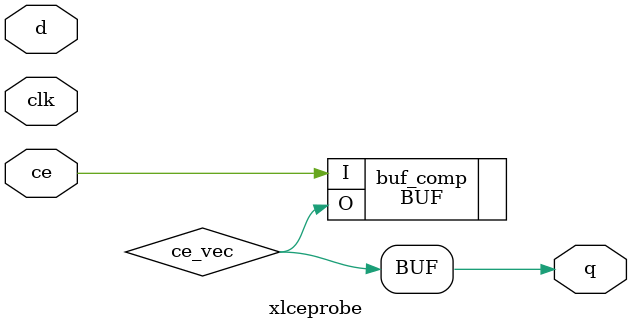
<source format=v>

module  xlceprobe  (d, ce, clk, q);
    parameter d_width= 8;
    parameter q_width= 1;
    input [d_width-1:0] d;
    input ce;
    input clk;
    output [q_width-1:0] q;
    wire [0:0] ce_vec;
    BUF buf_comp(.I(ce), .O(ce_vec[0]));
    assign q = ce_vec;
endmodule

</source>
